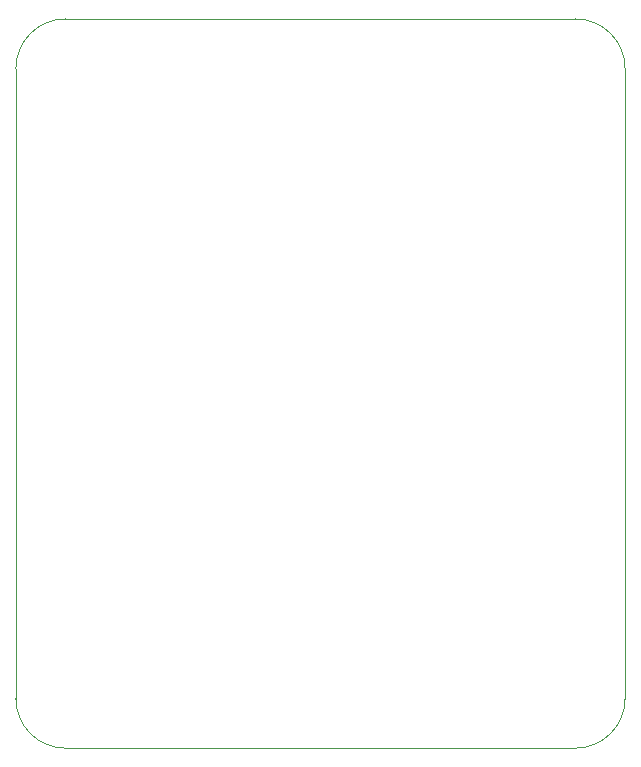
<source format=gbr>
%TF.GenerationSoftware,KiCad,Pcbnew,7.0.2-6a45011f42~172~ubuntu20.04.1*%
%TF.CreationDate,2023-04-23T14:30:37+07:00*%
%TF.ProjectId,EZ-USB-100X,455a2d55-5342-42d3-9130-30582e6b6963,rev?*%
%TF.SameCoordinates,Original*%
%TF.FileFunction,Profile,NP*%
%FSLAX46Y46*%
G04 Gerber Fmt 4.6, Leading zero omitted, Abs format (unit mm)*
G04 Created by KiCad (PCBNEW 7.0.2-6a45011f42~172~ubuntu20.04.1) date 2023-04-23 14:30:37*
%MOMM*%
%LPD*%
G01*
G04 APERTURE LIST*
%TA.AperFunction,Profile*%
%ADD10C,0.100000*%
%TD*%
G04 APERTURE END LIST*
D10*
X163280503Y-53913800D02*
X163280503Y-107253800D01*
X115900200Y-49713497D02*
G75*
G03*
X111699897Y-53913800I0J-4200303D01*
G01*
X159080200Y-111454103D02*
X115900200Y-111454103D01*
X111699897Y-107253800D02*
G75*
G03*
X115900200Y-111454103I4200303J0D01*
G01*
X159080200Y-111454103D02*
G75*
G03*
X163280503Y-107253800I0J4200303D01*
G01*
X111699897Y-107253800D02*
X111699897Y-53913800D01*
X115900200Y-49713497D02*
X159080200Y-49713497D01*
X163280503Y-53913800D02*
G75*
G03*
X159080200Y-49713497I-4200303J0D01*
G01*
M02*

</source>
